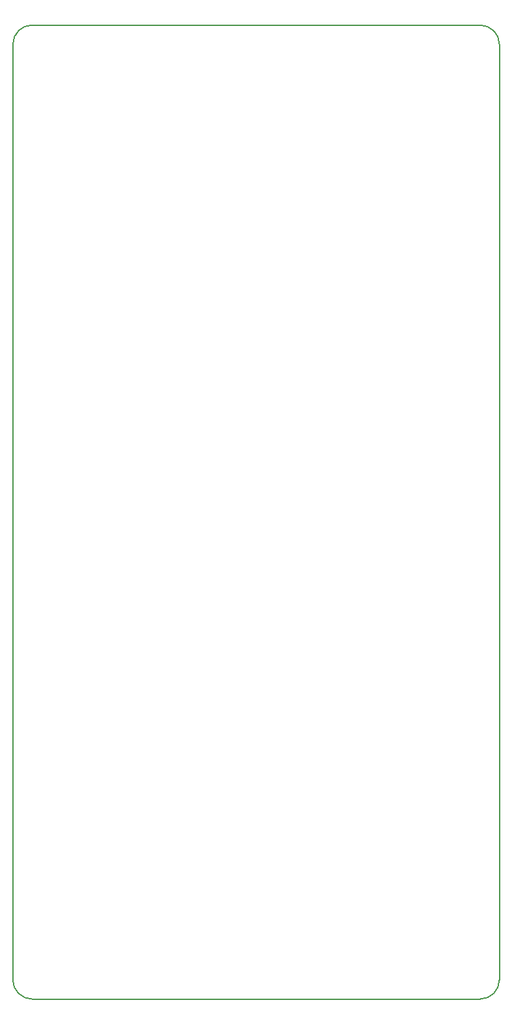
<source format=gm1>
G04 #@! TF.FileFunction,Profile,NP*
%FSLAX46Y46*%
G04 Gerber Fmt 4.6, Leading zero omitted, Abs format (unit mm)*
G04 Created by KiCad (PCBNEW 4.0.0-rc2-stable) date 12/16/2015 3:19:05 PM*
%MOMM*%
G01*
G04 APERTURE LIST*
%ADD10C,0.100000*%
%ADD11C,0.150000*%
G04 APERTURE END LIST*
D10*
D11*
X-5842000Y10160000D02*
G75*
G03X-8382000Y7620000I0J-2540000D01*
G01*
X55118000Y7620000D02*
G75*
G03X52578000Y10160000I-2540000J0D01*
G01*
X52578000Y-116840000D02*
G75*
G03X55118000Y-114300000I0J2540000D01*
G01*
X-8382000Y-114300000D02*
G75*
G03X-5842000Y-116840000I2540000J0D01*
G01*
X-8382000Y7620000D02*
X-8382000Y-114300000D01*
X52578000Y10160000D02*
X-5842000Y10160000D01*
X55118000Y-114300000D02*
X55118000Y7620000D01*
X-5842000Y-116840000D02*
X52578000Y-116840000D01*
M02*

</source>
